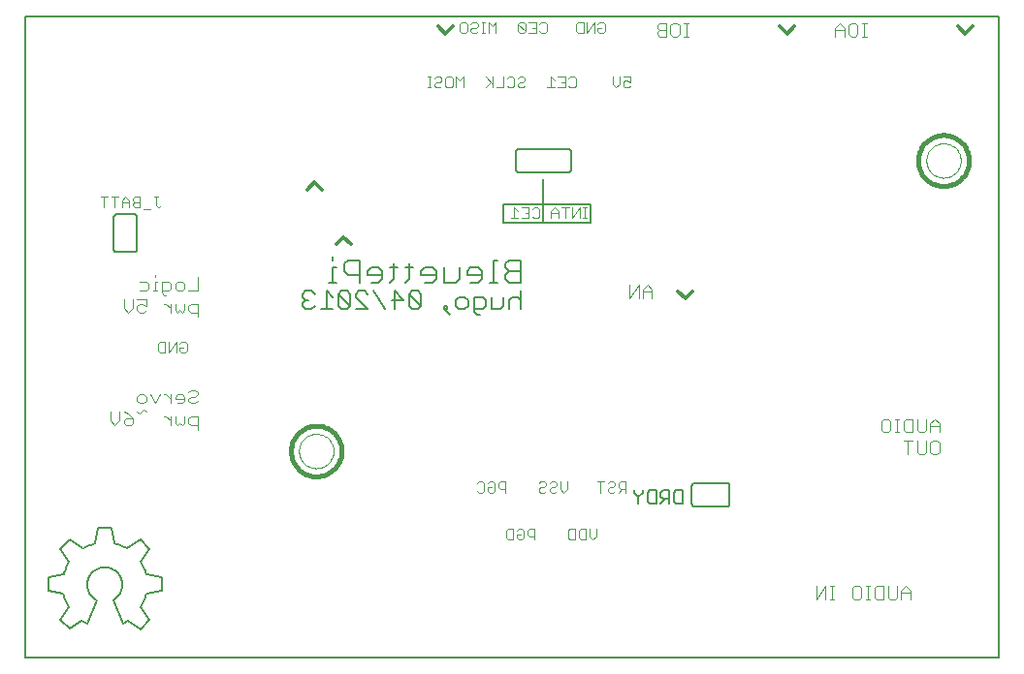
<source format=gbo>
G75*
G70*
%OFA0B0*%
%FSLAX24Y24*%
%IPPOS*%
%LPD*%
%AMOC8*
5,1,8,0,0,1.08239X$1,22.5*
%
%ADD10C,0.0070*%
%ADD11C,0.0050*%
%ADD12C,0.0160*%
%ADD13C,0.0030*%
%ADD14C,0.0040*%
%ADD15C,0.0120*%
%ADD16C,0.0080*%
%ADD17C,0.0000*%
%ADD18C,0.0060*%
D10*
X010916Y014942D02*
X011180Y014942D01*
X011048Y014942D02*
X011048Y015469D01*
X011180Y015469D01*
X011048Y015732D02*
X011048Y015864D01*
X011445Y015600D02*
X011445Y015337D01*
X011577Y015205D01*
X011972Y015205D01*
X011972Y014942D02*
X011972Y015732D01*
X011577Y015732D01*
X011445Y015600D01*
X012237Y015337D02*
X012237Y015205D01*
X012764Y015205D01*
X012764Y015073D02*
X012764Y015337D01*
X012632Y015469D01*
X012368Y015469D01*
X012237Y015337D01*
X012368Y014942D02*
X012632Y014942D01*
X012764Y015073D01*
X013028Y014942D02*
X013160Y015073D01*
X013160Y015600D01*
X013292Y015469D02*
X013028Y015469D01*
X013556Y015469D02*
X013820Y015469D01*
X013688Y015600D02*
X013688Y015073D01*
X013556Y014942D01*
X014084Y015205D02*
X014611Y015205D01*
X014611Y015073D02*
X014611Y015337D01*
X014480Y015469D01*
X014216Y015469D01*
X014084Y015337D01*
X014084Y015205D01*
X014216Y014942D02*
X014480Y014942D01*
X014611Y015073D01*
X014876Y014942D02*
X014876Y015469D01*
X015403Y015469D02*
X015403Y015073D01*
X015272Y014942D01*
X014876Y014942D01*
X015668Y015205D02*
X016195Y015205D01*
X016195Y015073D02*
X016195Y015337D01*
X016063Y015469D01*
X015800Y015469D01*
X015668Y015337D01*
X015668Y015205D01*
X015800Y014942D02*
X016063Y014942D01*
X016195Y015073D01*
X016460Y014942D02*
X016723Y014942D01*
X016591Y014942D02*
X016591Y015732D01*
X016723Y015732D01*
X016988Y015600D02*
X016988Y015469D01*
X017120Y015337D01*
X017515Y015337D01*
X017515Y014942D02*
X017515Y015732D01*
X017120Y015732D01*
X016988Y015600D01*
X017120Y015337D02*
X016988Y015205D01*
X016988Y015073D01*
X017120Y014942D01*
X017515Y014942D01*
D11*
X000480Y024108D02*
X000480Y002061D01*
X033945Y002061D01*
X033945Y024108D01*
X000480Y024108D01*
X010028Y014565D02*
X010130Y014667D01*
X010333Y014667D01*
X010435Y014565D01*
X010231Y014362D02*
X010130Y014362D01*
X010028Y014260D01*
X010028Y014158D01*
X010130Y014057D01*
X010333Y014057D01*
X010435Y014158D01*
X010636Y014057D02*
X011043Y014057D01*
X010839Y014057D02*
X010839Y014667D01*
X011043Y014464D01*
X011243Y014565D02*
X011243Y014158D01*
X011345Y014057D01*
X011549Y014057D01*
X011650Y014158D01*
X011243Y014565D01*
X011345Y014667D01*
X011549Y014667D01*
X011650Y014565D01*
X011650Y014158D01*
X011851Y014057D02*
X012258Y014057D01*
X011851Y014464D01*
X011851Y014565D01*
X011953Y014667D01*
X012156Y014667D01*
X012258Y014565D01*
X012459Y014667D02*
X012866Y014057D01*
X013168Y014057D02*
X013168Y014667D01*
X013474Y014362D01*
X013067Y014362D01*
X013674Y014565D02*
X013674Y014158D01*
X013776Y014057D01*
X013980Y014057D01*
X014081Y014158D01*
X013674Y014565D01*
X013776Y014667D01*
X013980Y014667D01*
X014081Y014565D01*
X014081Y014158D01*
X014891Y014158D02*
X014992Y014158D01*
X014992Y014057D01*
X014891Y014057D01*
X014891Y014158D01*
X014891Y014057D02*
X015094Y013853D01*
X015397Y014057D02*
X015295Y014158D01*
X015295Y014362D01*
X015397Y014464D01*
X015600Y014464D01*
X015702Y014362D01*
X015702Y014158D01*
X015600Y014057D01*
X015397Y014057D01*
X015903Y014057D02*
X016208Y014057D01*
X016310Y014158D01*
X016310Y014362D01*
X016208Y014464D01*
X015903Y014464D01*
X015903Y013955D01*
X016004Y013853D01*
X016106Y013853D01*
X016510Y014057D02*
X016510Y014464D01*
X016917Y014464D02*
X016917Y014158D01*
X016816Y014057D01*
X016510Y014057D01*
X017118Y014057D02*
X017118Y014362D01*
X017220Y014464D01*
X017423Y014464D01*
X017525Y014362D01*
X017525Y014667D02*
X017525Y014057D01*
X016925Y017032D02*
X018300Y017032D01*
X018300Y017657D01*
X018300Y018532D01*
X018300Y017657D02*
X016925Y017657D01*
X016925Y017032D01*
X018300Y017032D02*
X019925Y017032D01*
X019925Y017657D01*
X018300Y017657D01*
X010130Y014362D02*
X010028Y014464D01*
X010028Y014565D01*
X021410Y007807D02*
X021410Y007732D01*
X021560Y007582D01*
X021560Y007357D01*
X021560Y007582D02*
X021710Y007732D01*
X021710Y007807D01*
X021871Y007732D02*
X021946Y007807D01*
X022171Y007807D01*
X022171Y007357D01*
X021946Y007357D01*
X021871Y007432D01*
X021871Y007732D01*
X022331Y007732D02*
X022406Y007807D01*
X022631Y007807D01*
X022631Y007357D01*
X022631Y007507D02*
X022406Y007507D01*
X022331Y007582D01*
X022331Y007732D01*
X022481Y007507D02*
X022331Y007357D01*
X022791Y007432D02*
X022791Y007732D01*
X022866Y007807D01*
X023092Y007807D01*
X023092Y007357D01*
X022866Y007357D01*
X022791Y007432D01*
D12*
X009617Y009157D02*
X009619Y009216D01*
X009625Y009274D01*
X009635Y009332D01*
X009649Y009390D01*
X009666Y009446D01*
X009688Y009500D01*
X009713Y009554D01*
X009741Y009605D01*
X009773Y009655D01*
X009808Y009702D01*
X009847Y009746D01*
X009888Y009788D01*
X009932Y009827D01*
X009978Y009863D01*
X010027Y009896D01*
X010078Y009926D01*
X010131Y009951D01*
X010185Y009974D01*
X010241Y009992D01*
X010298Y010007D01*
X010356Y010018D01*
X010415Y010025D01*
X010473Y010028D01*
X010532Y010027D01*
X010591Y010022D01*
X010649Y010013D01*
X010706Y010000D01*
X010763Y009984D01*
X010818Y009963D01*
X010872Y009939D01*
X010923Y009911D01*
X010973Y009880D01*
X011021Y009846D01*
X011066Y009808D01*
X011109Y009768D01*
X011149Y009724D01*
X011186Y009678D01*
X011219Y009630D01*
X011250Y009580D01*
X011276Y009527D01*
X011300Y009473D01*
X011319Y009418D01*
X011335Y009361D01*
X011347Y009303D01*
X011355Y009245D01*
X011359Y009186D01*
X011359Y009128D01*
X011355Y009069D01*
X011347Y009011D01*
X011335Y008953D01*
X011319Y008896D01*
X011300Y008841D01*
X011276Y008787D01*
X011250Y008734D01*
X011219Y008684D01*
X011186Y008636D01*
X011149Y008590D01*
X011109Y008546D01*
X011066Y008506D01*
X011021Y008468D01*
X010973Y008434D01*
X010924Y008403D01*
X010872Y008375D01*
X010818Y008351D01*
X010763Y008330D01*
X010706Y008314D01*
X010649Y008301D01*
X010591Y008292D01*
X010532Y008287D01*
X010473Y008286D01*
X010415Y008289D01*
X010356Y008296D01*
X010298Y008307D01*
X010241Y008322D01*
X010185Y008340D01*
X010131Y008363D01*
X010078Y008388D01*
X010027Y008418D01*
X009978Y008451D01*
X009932Y008487D01*
X009888Y008526D01*
X009847Y008568D01*
X009808Y008612D01*
X009773Y008659D01*
X009741Y008709D01*
X009713Y008760D01*
X009688Y008814D01*
X009666Y008868D01*
X009649Y008924D01*
X009635Y008982D01*
X009625Y009040D01*
X009619Y009098D01*
X009617Y009157D01*
X031173Y019157D02*
X031175Y019216D01*
X031181Y019274D01*
X031191Y019332D01*
X031204Y019389D01*
X031222Y019445D01*
X031243Y019499D01*
X031267Y019553D01*
X031295Y019604D01*
X031327Y019653D01*
X031362Y019701D01*
X031400Y019745D01*
X031440Y019787D01*
X031484Y019827D01*
X031530Y019863D01*
X031578Y019896D01*
X031629Y019926D01*
X031681Y019953D01*
X031735Y019975D01*
X031790Y019995D01*
X031847Y020010D01*
X031904Y020022D01*
X031962Y020030D01*
X032021Y020034D01*
X032079Y020034D01*
X032138Y020030D01*
X032196Y020022D01*
X032253Y020010D01*
X032310Y019995D01*
X032365Y019975D01*
X032419Y019953D01*
X032471Y019926D01*
X032522Y019896D01*
X032570Y019863D01*
X032616Y019827D01*
X032660Y019787D01*
X032700Y019745D01*
X032738Y019701D01*
X032773Y019653D01*
X032805Y019604D01*
X032833Y019553D01*
X032857Y019499D01*
X032878Y019445D01*
X032896Y019389D01*
X032909Y019332D01*
X032919Y019274D01*
X032925Y019216D01*
X032927Y019157D01*
X032925Y019098D01*
X032919Y019040D01*
X032909Y018982D01*
X032896Y018925D01*
X032878Y018869D01*
X032857Y018815D01*
X032833Y018761D01*
X032805Y018710D01*
X032773Y018661D01*
X032738Y018613D01*
X032700Y018569D01*
X032660Y018527D01*
X032616Y018487D01*
X032570Y018451D01*
X032522Y018418D01*
X032471Y018388D01*
X032419Y018361D01*
X032365Y018339D01*
X032310Y018319D01*
X032253Y018304D01*
X032196Y018292D01*
X032138Y018284D01*
X032079Y018280D01*
X032021Y018280D01*
X031962Y018284D01*
X031904Y018292D01*
X031847Y018304D01*
X031790Y018319D01*
X031735Y018339D01*
X031681Y018361D01*
X031629Y018388D01*
X031578Y018418D01*
X031530Y018451D01*
X031484Y018487D01*
X031440Y018527D01*
X031400Y018569D01*
X031362Y018613D01*
X031327Y018661D01*
X031295Y018710D01*
X031267Y018761D01*
X031243Y018815D01*
X031222Y018869D01*
X031204Y018925D01*
X031191Y018982D01*
X031181Y019040D01*
X031175Y019098D01*
X031173Y019157D01*
D13*
X021285Y021733D02*
X021223Y021672D01*
X021100Y021672D01*
X021038Y021733D01*
X021038Y021857D01*
X021100Y021918D01*
X021162Y021918D01*
X021285Y021857D01*
X021285Y022042D01*
X021038Y022042D01*
X020917Y022042D02*
X020917Y021795D01*
X020793Y021672D01*
X020670Y021795D01*
X020670Y022042D01*
X019410Y021980D02*
X019410Y021733D01*
X019348Y021672D01*
X019225Y021672D01*
X019163Y021733D01*
X019042Y021672D02*
X019042Y022042D01*
X018795Y022042D01*
X018673Y021918D02*
X018550Y022042D01*
X018550Y021672D01*
X018673Y021672D02*
X018426Y021672D01*
X018795Y021672D02*
X019042Y021672D01*
X019042Y021857D02*
X018918Y021857D01*
X019163Y021980D02*
X019225Y022042D01*
X019348Y022042D01*
X019410Y021980D01*
X017660Y021980D02*
X017660Y021918D01*
X017598Y021857D01*
X017475Y021857D01*
X017413Y021795D01*
X017413Y021733D01*
X017475Y021672D01*
X017598Y021672D01*
X017660Y021733D01*
X017660Y021980D02*
X017598Y022042D01*
X017475Y022042D01*
X017413Y021980D01*
X017292Y021980D02*
X017292Y021733D01*
X017230Y021672D01*
X017107Y021672D01*
X017045Y021733D01*
X016923Y021672D02*
X016923Y022042D01*
X017045Y021980D02*
X017107Y022042D01*
X017230Y022042D01*
X017292Y021980D01*
X016923Y021672D02*
X016676Y021672D01*
X016555Y021672D02*
X016555Y022042D01*
X016493Y021857D02*
X016308Y021672D01*
X016555Y021795D02*
X016308Y022042D01*
X015535Y022042D02*
X015535Y021672D01*
X015288Y021672D02*
X015288Y022042D01*
X015412Y021918D01*
X015535Y022042D01*
X015167Y021980D02*
X015167Y021733D01*
X015105Y021672D01*
X014982Y021672D01*
X014920Y021733D01*
X014920Y021980D01*
X014982Y022042D01*
X015105Y022042D01*
X015167Y021980D01*
X014798Y021980D02*
X014798Y021918D01*
X014737Y021857D01*
X014613Y021857D01*
X014551Y021795D01*
X014551Y021733D01*
X014613Y021672D01*
X014737Y021672D01*
X014798Y021733D01*
X014798Y021980D02*
X014737Y022042D01*
X014613Y022042D01*
X014551Y021980D01*
X014430Y022042D02*
X014307Y022042D01*
X014368Y022042D02*
X014368Y021672D01*
X014307Y021672D02*
X014430Y021672D01*
X015493Y023547D02*
X015431Y023608D01*
X015431Y023855D01*
X015493Y023917D01*
X015616Y023917D01*
X015678Y023855D01*
X015678Y023608D01*
X015616Y023547D01*
X015493Y023547D01*
X015799Y023608D02*
X015861Y023547D01*
X015984Y023547D01*
X016046Y023608D01*
X016168Y023547D02*
X016292Y023547D01*
X016230Y023547D02*
X016230Y023917D01*
X016292Y023917D02*
X016168Y023917D01*
X016046Y023855D02*
X016046Y023793D01*
X015984Y023732D01*
X015861Y023732D01*
X015799Y023670D01*
X015799Y023608D01*
X015799Y023855D02*
X015861Y023917D01*
X015984Y023917D01*
X016046Y023855D01*
X016413Y023917D02*
X016413Y023547D01*
X016660Y023547D02*
X016660Y023917D01*
X016537Y023793D01*
X016413Y023917D01*
X017426Y023855D02*
X017673Y023608D01*
X017612Y023547D01*
X017488Y023547D01*
X017426Y023608D01*
X017426Y023855D01*
X017488Y023917D01*
X017612Y023917D01*
X017673Y023855D01*
X017673Y023608D01*
X017795Y023547D02*
X018042Y023547D01*
X018042Y023917D01*
X017795Y023917D01*
X017918Y023732D02*
X018042Y023732D01*
X018163Y023855D02*
X018225Y023917D01*
X018348Y023917D01*
X018410Y023855D01*
X018410Y023608D01*
X018348Y023547D01*
X018225Y023547D01*
X018163Y023608D01*
X019426Y023608D02*
X019426Y023855D01*
X019488Y023917D01*
X019673Y023917D01*
X019673Y023547D01*
X019488Y023547D01*
X019426Y023608D01*
X019795Y023547D02*
X019795Y023917D01*
X020042Y023917D02*
X019795Y023547D01*
X020042Y023547D02*
X020042Y023917D01*
X020163Y023855D02*
X020225Y023917D01*
X020348Y023917D01*
X020410Y023855D01*
X020410Y023608D01*
X020348Y023547D01*
X020225Y023547D01*
X020163Y023608D01*
X020163Y023732D01*
X020287Y023732D01*
X019785Y017542D02*
X019662Y017542D01*
X019723Y017542D02*
X019723Y017172D01*
X019662Y017172D02*
X019785Y017172D01*
X019539Y017172D02*
X019539Y017542D01*
X019293Y017172D01*
X019293Y017542D01*
X019171Y017542D02*
X018924Y017542D01*
X019048Y017542D02*
X019048Y017172D01*
X018803Y017172D02*
X018803Y017418D01*
X018679Y017542D01*
X018556Y017418D01*
X018556Y017172D01*
X018556Y017357D02*
X018803Y017357D01*
X018160Y017480D02*
X018160Y017233D01*
X018098Y017172D01*
X017975Y017172D01*
X017913Y017233D01*
X017792Y017172D02*
X017545Y017172D01*
X017423Y017172D02*
X017176Y017172D01*
X017300Y017172D02*
X017300Y017542D01*
X017423Y017418D01*
X017545Y017542D02*
X017792Y017542D01*
X017792Y017172D01*
X017792Y017357D02*
X017668Y017357D01*
X017913Y017480D02*
X017975Y017542D01*
X018098Y017542D01*
X018160Y017480D01*
X018199Y008103D02*
X018323Y008103D01*
X018385Y008042D01*
X018385Y007980D01*
X018323Y007918D01*
X018199Y007918D01*
X018138Y007857D01*
X018138Y007795D01*
X018199Y007733D01*
X018323Y007733D01*
X018385Y007795D01*
X018506Y007795D02*
X018506Y007857D01*
X018568Y007918D01*
X018691Y007918D01*
X018753Y007980D01*
X018753Y008042D01*
X018691Y008103D01*
X018568Y008103D01*
X018506Y008042D01*
X018506Y007795D02*
X018568Y007733D01*
X018691Y007733D01*
X018753Y007795D01*
X018874Y007857D02*
X018998Y007733D01*
X019121Y007857D01*
X019121Y008103D01*
X018874Y008103D02*
X018874Y007857D01*
X018199Y008103D02*
X018138Y008042D01*
X016996Y008103D02*
X016996Y007733D01*
X016996Y007857D02*
X016811Y007857D01*
X016749Y007918D01*
X016749Y008042D01*
X016811Y008103D01*
X016996Y008103D01*
X016628Y008042D02*
X016628Y007795D01*
X016566Y007733D01*
X016443Y007733D01*
X016381Y007795D01*
X016381Y007918D01*
X016504Y007918D01*
X016381Y008042D02*
X016443Y008103D01*
X016566Y008103D01*
X016628Y008042D01*
X016260Y008042D02*
X016260Y007795D01*
X016198Y007733D01*
X016074Y007733D01*
X016013Y007795D01*
X016013Y008042D02*
X016074Y008103D01*
X016198Y008103D01*
X016260Y008042D01*
X017074Y006478D02*
X017013Y006417D01*
X017013Y006170D01*
X017074Y006108D01*
X017260Y006108D01*
X017260Y006478D01*
X017074Y006478D01*
X017381Y006417D02*
X017443Y006478D01*
X017566Y006478D01*
X017628Y006417D01*
X017628Y006170D01*
X017566Y006108D01*
X017443Y006108D01*
X017381Y006170D01*
X017381Y006293D01*
X017504Y006293D01*
X017749Y006293D02*
X017811Y006232D01*
X017996Y006232D01*
X017996Y006108D02*
X017996Y006478D01*
X017811Y006478D01*
X017749Y006417D01*
X017749Y006293D01*
X019138Y006170D02*
X019138Y006417D01*
X019199Y006478D01*
X019385Y006478D01*
X019385Y006108D01*
X019199Y006108D01*
X019138Y006170D01*
X019506Y006170D02*
X019506Y006417D01*
X019568Y006478D01*
X019753Y006478D01*
X019753Y006108D01*
X019568Y006108D01*
X019506Y006170D01*
X019874Y006232D02*
X019874Y006478D01*
X019874Y006232D02*
X019998Y006108D01*
X020121Y006232D01*
X020121Y006478D01*
X020261Y007733D02*
X020261Y008103D01*
X020138Y008103D02*
X020385Y008103D01*
X020506Y008042D02*
X020568Y008103D01*
X020691Y008103D01*
X020753Y008042D01*
X020753Y007980D01*
X020691Y007918D01*
X020568Y007918D01*
X020506Y007857D01*
X020506Y007795D01*
X020568Y007733D01*
X020691Y007733D01*
X020753Y007795D01*
X020874Y007733D02*
X020998Y007857D01*
X020936Y007857D02*
X021121Y007857D01*
X021121Y007733D02*
X021121Y008103D01*
X020936Y008103D01*
X020874Y008042D01*
X020874Y007918D01*
X020936Y007857D01*
X006035Y012608D02*
X005973Y012547D01*
X005850Y012547D01*
X005788Y012608D01*
X005788Y012732D01*
X005912Y012732D01*
X006035Y012855D02*
X006035Y012608D01*
X006035Y012855D02*
X005973Y012917D01*
X005850Y012917D01*
X005788Y012855D01*
X005667Y012917D02*
X005420Y012547D01*
X005420Y012917D01*
X005298Y012917D02*
X005113Y012917D01*
X005051Y012855D01*
X005051Y012608D01*
X005113Y012547D01*
X005298Y012547D01*
X005298Y012917D01*
X005667Y012917D02*
X005667Y012547D01*
X004792Y017485D02*
X004545Y017485D01*
X004423Y017547D02*
X004423Y017917D01*
X004238Y017917D01*
X004176Y017855D01*
X004176Y017793D01*
X004238Y017732D01*
X004423Y017732D01*
X004238Y017732D02*
X004176Y017670D01*
X004176Y017608D01*
X004238Y017547D01*
X004423Y017547D01*
X004055Y017547D02*
X004055Y017793D01*
X003932Y017917D01*
X003808Y017793D01*
X003808Y017547D01*
X003808Y017732D02*
X004055Y017732D01*
X003687Y017917D02*
X003440Y017917D01*
X003318Y017917D02*
X003072Y017917D01*
X003195Y017917D02*
X003195Y017547D01*
X003563Y017547D02*
X003563Y017917D01*
X004913Y017917D02*
X005037Y017917D01*
X004975Y017917D02*
X004975Y017608D01*
X005037Y017547D01*
X005098Y017547D01*
X005160Y017608D01*
D14*
X004947Y015214D02*
X004947Y015137D01*
X004947Y014983D02*
X004947Y014677D01*
X005024Y014677D02*
X004870Y014677D01*
X004717Y014753D02*
X004717Y014907D01*
X004640Y014983D01*
X004410Y014983D01*
X004410Y014677D02*
X004640Y014677D01*
X004717Y014753D01*
X004947Y014983D02*
X005024Y014983D01*
X005177Y014983D02*
X005177Y014600D01*
X005254Y014523D01*
X005331Y014523D01*
X005407Y014677D02*
X005177Y014677D01*
X005407Y014677D02*
X005484Y014753D01*
X005484Y014907D01*
X005407Y014983D01*
X005177Y014983D01*
X005638Y014907D02*
X005638Y014753D01*
X005714Y014677D01*
X005868Y014677D01*
X005945Y014753D01*
X005945Y014907D01*
X005868Y014983D01*
X005714Y014983D01*
X005638Y014907D01*
X006098Y014677D02*
X006405Y014677D01*
X006405Y015137D01*
X006405Y014233D02*
X006175Y014233D01*
X006098Y014157D01*
X006098Y014003D01*
X006175Y013927D01*
X006405Y013927D01*
X006405Y013773D02*
X006405Y014233D01*
X005945Y014233D02*
X005945Y014003D01*
X005868Y013927D01*
X005791Y014003D01*
X005714Y013927D01*
X005638Y014003D01*
X005638Y014233D01*
X005484Y014233D02*
X005484Y013927D01*
X005484Y014080D02*
X005331Y014233D01*
X005254Y014233D01*
X004640Y014157D02*
X004487Y014233D01*
X004410Y014233D01*
X004333Y014157D01*
X004333Y014003D01*
X004410Y013927D01*
X004563Y013927D01*
X004640Y014003D01*
X004640Y014157D02*
X004640Y014387D01*
X004333Y014387D01*
X004180Y014387D02*
X004180Y014080D01*
X004026Y013927D01*
X003873Y014080D01*
X003873Y014387D01*
X006175Y011262D02*
X006328Y011262D01*
X006405Y011185D01*
X006405Y011108D01*
X006328Y011032D01*
X006175Y011032D01*
X006098Y010955D01*
X006098Y010878D01*
X006175Y010802D01*
X006328Y010802D01*
X006405Y010878D01*
X006098Y011185D02*
X006175Y011262D01*
X005945Y011032D02*
X005868Y011108D01*
X005714Y011108D01*
X005638Y011032D01*
X005638Y010955D01*
X005945Y010955D01*
X005945Y010878D02*
X005945Y011032D01*
X005945Y010878D02*
X005868Y010802D01*
X005714Y010802D01*
X005484Y010802D02*
X005484Y011108D01*
X005484Y010955D02*
X005331Y011108D01*
X005254Y011108D01*
X005101Y011108D02*
X004947Y010802D01*
X004794Y011108D01*
X004640Y011032D02*
X004640Y010878D01*
X004563Y010802D01*
X004410Y010802D01*
X004333Y010878D01*
X004333Y011032D01*
X004410Y011108D01*
X004563Y011108D01*
X004640Y011032D01*
X004563Y010589D02*
X004410Y010435D01*
X004333Y010512D01*
X004563Y010589D02*
X004640Y010512D01*
X004180Y010282D02*
X003950Y010282D01*
X003873Y010205D01*
X003873Y010128D01*
X003950Y010052D01*
X004103Y010052D01*
X004180Y010128D01*
X004180Y010282D01*
X004026Y010435D01*
X003873Y010512D01*
X003719Y010512D02*
X003719Y010205D01*
X003566Y010052D01*
X003412Y010205D01*
X003412Y010512D01*
X005254Y010358D02*
X005331Y010358D01*
X005484Y010205D01*
X005484Y010052D02*
X005484Y010358D01*
X005638Y010358D02*
X005638Y010128D01*
X005714Y010052D01*
X005791Y010128D01*
X005868Y010052D01*
X005945Y010128D01*
X005945Y010358D01*
X006098Y010282D02*
X006098Y010128D01*
X006175Y010052D01*
X006405Y010052D01*
X006405Y009898D02*
X006405Y010358D01*
X006175Y010358D01*
X006098Y010282D01*
X021263Y014427D02*
X021263Y014887D01*
X021570Y014887D02*
X021263Y014427D01*
X021570Y014427D02*
X021570Y014887D01*
X021723Y014733D02*
X021723Y014427D01*
X021723Y014657D02*
X022030Y014657D01*
X022030Y014733D02*
X021877Y014887D01*
X021723Y014733D01*
X022030Y014733D02*
X022030Y014427D01*
X029910Y010185D02*
X029910Y009878D01*
X029987Y009802D01*
X030140Y009802D01*
X030217Y009878D01*
X030217Y010185D01*
X030140Y010262D01*
X029987Y010262D01*
X029910Y010185D01*
X030370Y010262D02*
X030524Y010262D01*
X030447Y010262D02*
X030447Y009802D01*
X030524Y009802D02*
X030370Y009802D01*
X030677Y009878D02*
X030677Y010185D01*
X030754Y010262D01*
X030984Y010262D01*
X030984Y009802D01*
X030754Y009802D01*
X030677Y009878D01*
X030677Y009512D02*
X030984Y009512D01*
X030831Y009512D02*
X030831Y009052D01*
X031138Y009128D02*
X031138Y009512D01*
X031214Y009802D02*
X031138Y009878D01*
X031138Y010262D01*
X031445Y010262D02*
X031445Y009878D01*
X031368Y009802D01*
X031214Y009802D01*
X031445Y009512D02*
X031445Y009128D01*
X031368Y009052D01*
X031214Y009052D01*
X031138Y009128D01*
X031598Y009128D02*
X031675Y009052D01*
X031828Y009052D01*
X031905Y009128D01*
X031905Y009435D01*
X031828Y009512D01*
X031675Y009512D01*
X031598Y009435D01*
X031598Y009128D01*
X031598Y009802D02*
X031598Y010108D01*
X031752Y010262D01*
X031905Y010108D01*
X031905Y009802D01*
X031905Y010032D02*
X031598Y010032D01*
X030752Y004512D02*
X030598Y004358D01*
X030598Y004052D01*
X030445Y004128D02*
X030368Y004052D01*
X030214Y004052D01*
X030138Y004128D01*
X030138Y004512D01*
X029984Y004512D02*
X029754Y004512D01*
X029677Y004435D01*
X029677Y004128D01*
X029754Y004052D01*
X029984Y004052D01*
X029984Y004512D01*
X030445Y004512D02*
X030445Y004128D01*
X030598Y004282D02*
X030905Y004282D01*
X030905Y004358D02*
X030752Y004512D01*
X030905Y004358D02*
X030905Y004052D01*
X029524Y004052D02*
X029370Y004052D01*
X029447Y004052D02*
X029447Y004512D01*
X029524Y004512D02*
X029370Y004512D01*
X029217Y004435D02*
X029217Y004128D01*
X029140Y004052D01*
X028987Y004052D01*
X028910Y004128D01*
X028910Y004435D01*
X028987Y004512D01*
X029140Y004512D01*
X029217Y004435D01*
X028296Y004512D02*
X028143Y004512D01*
X028219Y004512D02*
X028219Y004052D01*
X028143Y004052D02*
X028296Y004052D01*
X027989Y004052D02*
X027989Y004512D01*
X027682Y004052D01*
X027682Y004512D01*
X028331Y023427D02*
X028331Y023733D01*
X028484Y023887D01*
X028638Y023733D01*
X028638Y023427D01*
X028791Y023503D02*
X028791Y023810D01*
X028868Y023887D01*
X029021Y023887D01*
X029098Y023810D01*
X029098Y023503D01*
X029021Y023427D01*
X028868Y023427D01*
X028791Y023503D01*
X028638Y023657D02*
X028331Y023657D01*
X029252Y023887D02*
X029405Y023887D01*
X029328Y023887D02*
X029328Y023427D01*
X029252Y023427D02*
X029405Y023427D01*
X023280Y023427D02*
X023127Y023427D01*
X023203Y023427D02*
X023203Y023887D01*
X023127Y023887D02*
X023280Y023887D01*
X022973Y023810D02*
X022973Y023503D01*
X022896Y023427D01*
X022743Y023427D01*
X022666Y023503D01*
X022666Y023810D01*
X022743Y023887D01*
X022896Y023887D01*
X022973Y023810D01*
X022513Y023887D02*
X022513Y023427D01*
X022282Y023427D01*
X022206Y023503D01*
X022206Y023580D01*
X022282Y023657D01*
X022513Y023657D01*
X022513Y023887D02*
X022282Y023887D01*
X022206Y023810D01*
X022206Y023733D01*
X022282Y023657D01*
D15*
X026425Y023782D02*
X026675Y023532D01*
X026925Y023782D01*
X032550Y023782D02*
X032800Y023532D01*
X033050Y023782D01*
X023425Y014657D02*
X023175Y014407D01*
X022925Y014657D01*
X011675Y016282D02*
X011425Y016532D01*
X011175Y016282D01*
X010675Y018157D02*
X010425Y018407D01*
X010175Y018157D01*
X014925Y023532D02*
X015175Y023782D01*
X014925Y023532D02*
X014675Y023782D01*
D16*
X003455Y006522D02*
X002995Y006522D01*
X002895Y005982D01*
X002465Y005802D02*
X002005Y006112D01*
X001685Y005792D01*
X001995Y005342D01*
X001805Y004902D02*
X001275Y004802D01*
X001275Y004352D01*
X001795Y004252D01*
X001975Y003792D02*
X001685Y003362D01*
X002005Y003042D01*
X002425Y003322D01*
X002605Y003222D01*
X002935Y004022D01*
X003505Y004022D02*
X003835Y003222D01*
X004015Y003322D01*
X004435Y003032D01*
X004765Y003362D01*
X004465Y003792D01*
X004655Y004252D02*
X005175Y004352D01*
X005175Y004802D01*
X004645Y004902D01*
X004455Y005342D02*
X004765Y005792D01*
X004435Y006112D01*
X003985Y005802D01*
X003555Y005982D02*
X003455Y006522D01*
X004455Y005342D02*
X004491Y005284D01*
X004524Y005223D01*
X004555Y005161D01*
X004582Y005098D01*
X004606Y005034D01*
X004627Y004968D01*
X004645Y004902D01*
X003985Y005802D02*
X003927Y005835D01*
X003868Y005865D01*
X003807Y005892D01*
X003746Y005916D01*
X003683Y005938D01*
X003619Y005957D01*
X003555Y005972D01*
X002895Y005972D02*
X002821Y005953D01*
X002749Y005930D01*
X002678Y005903D01*
X002608Y005873D01*
X002541Y005839D01*
X002475Y005802D01*
X002935Y004022D02*
X002893Y004046D01*
X002854Y004074D01*
X002817Y004105D01*
X002782Y004139D01*
X002750Y004175D01*
X002722Y004214D01*
X002696Y004255D01*
X002674Y004298D01*
X002656Y004343D01*
X002641Y004389D01*
X002629Y004436D01*
X002622Y004483D01*
X002618Y004531D01*
X002619Y004580D01*
X002623Y004628D01*
X002631Y004675D01*
X002643Y004722D01*
X002658Y004768D01*
X002677Y004812D01*
X002700Y004855D01*
X002726Y004896D01*
X002755Y004934D01*
X002787Y004970D01*
X002822Y005004D01*
X002860Y005034D01*
X002899Y005061D01*
X002941Y005086D01*
X002985Y005106D01*
X003030Y005123D01*
X003076Y005137D01*
X003124Y005146D01*
X003172Y005152D01*
X003220Y005154D01*
X003268Y005152D01*
X003316Y005146D01*
X003364Y005137D01*
X003410Y005123D01*
X003455Y005106D01*
X003499Y005086D01*
X003541Y005061D01*
X003580Y005034D01*
X003618Y005004D01*
X003653Y004970D01*
X003685Y004934D01*
X003714Y004896D01*
X003740Y004855D01*
X003763Y004812D01*
X003782Y004768D01*
X003797Y004722D01*
X003809Y004675D01*
X003817Y004628D01*
X003821Y004580D01*
X003822Y004531D01*
X003818Y004483D01*
X003811Y004436D01*
X003799Y004389D01*
X003784Y004343D01*
X003766Y004298D01*
X003744Y004255D01*
X003718Y004214D01*
X003690Y004175D01*
X003658Y004139D01*
X003623Y004105D01*
X003586Y004074D01*
X003547Y004046D01*
X003505Y004022D01*
X004465Y003791D02*
X004500Y003853D01*
X004533Y003916D01*
X004562Y003981D01*
X004587Y004047D01*
X004610Y004114D01*
X004629Y004182D01*
X004645Y004252D01*
X001995Y005341D02*
X001959Y005282D01*
X001926Y005222D01*
X001896Y005160D01*
X001869Y005097D01*
X001844Y005033D01*
X001823Y004967D01*
X001805Y004901D01*
X001795Y004252D02*
X001811Y004182D01*
X001830Y004114D01*
X001853Y004047D01*
X001878Y003981D01*
X001907Y003916D01*
X001940Y003853D01*
X001975Y003791D01*
D17*
X009897Y009157D02*
X009899Y009205D01*
X009905Y009253D01*
X009915Y009300D01*
X009928Y009346D01*
X009946Y009391D01*
X009966Y009435D01*
X009991Y009477D01*
X010019Y009516D01*
X010049Y009553D01*
X010083Y009587D01*
X010120Y009619D01*
X010158Y009648D01*
X010199Y009673D01*
X010242Y009695D01*
X010287Y009713D01*
X010333Y009727D01*
X010380Y009738D01*
X010428Y009745D01*
X010476Y009748D01*
X010524Y009747D01*
X010572Y009742D01*
X010620Y009733D01*
X010666Y009721D01*
X010711Y009704D01*
X010755Y009684D01*
X010797Y009661D01*
X010837Y009634D01*
X010875Y009604D01*
X010910Y009571D01*
X010942Y009535D01*
X010972Y009497D01*
X010998Y009456D01*
X011020Y009413D01*
X011040Y009369D01*
X011055Y009324D01*
X011067Y009277D01*
X011075Y009229D01*
X011079Y009181D01*
X011079Y009133D01*
X011075Y009085D01*
X011067Y009037D01*
X011055Y008990D01*
X011040Y008945D01*
X011020Y008901D01*
X010998Y008858D01*
X010972Y008817D01*
X010942Y008779D01*
X010910Y008743D01*
X010875Y008710D01*
X010837Y008680D01*
X010797Y008653D01*
X010755Y008630D01*
X010711Y008610D01*
X010666Y008593D01*
X010620Y008581D01*
X010572Y008572D01*
X010524Y008567D01*
X010476Y008566D01*
X010428Y008569D01*
X010380Y008576D01*
X010333Y008587D01*
X010287Y008601D01*
X010242Y008619D01*
X010199Y008641D01*
X010158Y008666D01*
X010120Y008695D01*
X010083Y008727D01*
X010049Y008761D01*
X010019Y008798D01*
X009991Y008837D01*
X009966Y008879D01*
X009946Y008923D01*
X009928Y008968D01*
X009915Y009014D01*
X009905Y009061D01*
X009899Y009109D01*
X009897Y009157D01*
X031459Y019157D02*
X031461Y019205D01*
X031467Y019253D01*
X031477Y019300D01*
X031490Y019346D01*
X031508Y019391D01*
X031528Y019435D01*
X031553Y019477D01*
X031581Y019516D01*
X031611Y019553D01*
X031645Y019587D01*
X031682Y019619D01*
X031720Y019648D01*
X031761Y019673D01*
X031804Y019695D01*
X031849Y019713D01*
X031895Y019727D01*
X031942Y019738D01*
X031990Y019745D01*
X032038Y019748D01*
X032086Y019747D01*
X032134Y019742D01*
X032182Y019733D01*
X032228Y019721D01*
X032273Y019704D01*
X032317Y019684D01*
X032359Y019661D01*
X032399Y019634D01*
X032437Y019604D01*
X032472Y019571D01*
X032504Y019535D01*
X032534Y019497D01*
X032560Y019456D01*
X032582Y019413D01*
X032602Y019369D01*
X032617Y019324D01*
X032629Y019277D01*
X032637Y019229D01*
X032641Y019181D01*
X032641Y019133D01*
X032637Y019085D01*
X032629Y019037D01*
X032617Y018990D01*
X032602Y018945D01*
X032582Y018901D01*
X032560Y018858D01*
X032534Y018817D01*
X032504Y018779D01*
X032472Y018743D01*
X032437Y018710D01*
X032399Y018680D01*
X032359Y018653D01*
X032317Y018630D01*
X032273Y018610D01*
X032228Y018593D01*
X032182Y018581D01*
X032134Y018572D01*
X032086Y018567D01*
X032038Y018566D01*
X031990Y018569D01*
X031942Y018576D01*
X031895Y018587D01*
X031849Y018601D01*
X031804Y018619D01*
X031761Y018641D01*
X031720Y018666D01*
X031682Y018695D01*
X031645Y018727D01*
X031611Y018761D01*
X031581Y018798D01*
X031553Y018837D01*
X031528Y018879D01*
X031508Y018923D01*
X031490Y018968D01*
X031477Y019014D01*
X031467Y019061D01*
X031461Y019109D01*
X031459Y019157D01*
D18*
X019250Y018857D02*
X019250Y019457D01*
X019248Y019474D01*
X019244Y019491D01*
X019237Y019507D01*
X019227Y019521D01*
X019214Y019534D01*
X019200Y019544D01*
X019184Y019551D01*
X019167Y019555D01*
X019150Y019557D01*
X017450Y019557D01*
X017433Y019555D01*
X017416Y019551D01*
X017400Y019544D01*
X017386Y019534D01*
X017373Y019521D01*
X017363Y019507D01*
X017356Y019491D01*
X017352Y019474D01*
X017350Y019457D01*
X017350Y018857D01*
X017352Y018840D01*
X017356Y018823D01*
X017363Y018807D01*
X017373Y018793D01*
X017386Y018780D01*
X017400Y018770D01*
X017416Y018763D01*
X017433Y018759D01*
X017450Y018757D01*
X019150Y018757D01*
X019167Y018759D01*
X019184Y018763D01*
X019200Y018770D01*
X019214Y018780D01*
X019227Y018793D01*
X019237Y018807D01*
X019244Y018823D01*
X019248Y018840D01*
X019250Y018857D01*
X023500Y008057D02*
X024600Y008057D01*
X024617Y008055D01*
X024634Y008051D01*
X024650Y008044D01*
X024664Y008034D01*
X024677Y008021D01*
X024687Y008007D01*
X024694Y007991D01*
X024698Y007974D01*
X024700Y007957D01*
X024700Y007357D01*
X024698Y007340D01*
X024694Y007323D01*
X024687Y007307D01*
X024677Y007293D01*
X024664Y007280D01*
X024650Y007270D01*
X024634Y007263D01*
X024617Y007259D01*
X024600Y007257D01*
X023500Y007257D01*
X023483Y007259D01*
X023466Y007263D01*
X023450Y007270D01*
X023436Y007280D01*
X023423Y007293D01*
X023413Y007307D01*
X023406Y007323D01*
X023402Y007340D01*
X023400Y007357D01*
X023400Y007957D01*
X023402Y007974D01*
X023406Y007991D01*
X023413Y008007D01*
X023423Y008021D01*
X023436Y008034D01*
X023450Y008044D01*
X023466Y008051D01*
X023483Y008055D01*
X023500Y008057D01*
X004325Y016107D02*
X004325Y017207D01*
X004323Y017224D01*
X004319Y017241D01*
X004312Y017257D01*
X004302Y017271D01*
X004289Y017284D01*
X004275Y017294D01*
X004259Y017301D01*
X004242Y017305D01*
X004225Y017307D01*
X003625Y017307D01*
X003608Y017305D01*
X003591Y017301D01*
X003575Y017294D01*
X003561Y017284D01*
X003548Y017271D01*
X003538Y017257D01*
X003531Y017241D01*
X003527Y017224D01*
X003525Y017207D01*
X003525Y016107D01*
X003527Y016090D01*
X003531Y016073D01*
X003538Y016057D01*
X003548Y016043D01*
X003561Y016030D01*
X003575Y016020D01*
X003591Y016013D01*
X003608Y016009D01*
X003625Y016007D01*
X004225Y016007D01*
X004242Y016009D01*
X004259Y016013D01*
X004275Y016020D01*
X004289Y016030D01*
X004302Y016043D01*
X004312Y016057D01*
X004319Y016073D01*
X004323Y016090D01*
X004325Y016107D01*
M02*

</source>
